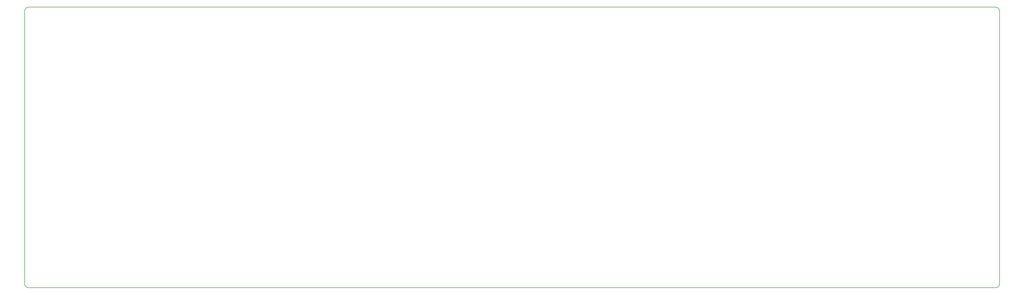
<source format=gm1>
G04*
G04 #@! TF.GenerationSoftware,Altium Limited,Altium Designer,22.5.1 (42)*
G04*
G04 Layer_Color=65535*
%FSLAX25Y25*%
%MOIN*%
G70*
G04*
G04 #@! TF.SameCoordinates,D7564092-BDF4-4F94-939E-E80A3CA3F4E5*
G04*
G04*
G04 #@! TF.FilePolarity,Positive*
G04*
G01*
G75*
%ADD11C,0.00787*%
D11*
X1364503Y395144D02*
X1364500D01*
X1370144Y389503D02*
X1370058Y390482D01*
X1369803Y391432D01*
X1369387Y392323D01*
X1368823Y393128D01*
X1368128Y393823D01*
X1367323Y394387D01*
X1366432Y394803D01*
X1365482Y395058D01*
X1364503Y395144D01*
X1370144Y389500D02*
Y389503D01*
X1364503Y395144D02*
X1364500Y395144D01*
X1370144Y389500D02*
X1370144Y389503D01*
Y5250D02*
Y5250D01*
Y5247D02*
X1370144Y5250D01*
X1370144Y5247D02*
Y5250D01*
X1364500Y-394D02*
X1365480Y-308D01*
X1366430Y-54D01*
X1367321Y362D01*
X1368127Y926D01*
X1368822Y1621D01*
X1369387Y2426D01*
X1369803Y3318D01*
X1370058Y4267D01*
X1370144Y5247D01*
X5250Y395144D02*
X5250D01*
X5250Y395144D02*
X5247Y395144D01*
X4267Y395058D01*
X3318Y394803D01*
X2426Y394387D01*
X1621Y393822D01*
X926Y393127D01*
X362Y392321D01*
X-54Y391430D01*
X-308Y390480D01*
X-394Y389500D01*
X5250Y395144D02*
X5247D01*
X-394Y5000D02*
X-290Y3948D01*
X17Y2936D01*
X515Y2003D01*
X1186Y1186D01*
X2003Y515D01*
X2936Y17D01*
X3948Y-290D01*
X5000Y-394D01*
X5250Y395144D02*
X1364500D01*
X1370144Y5250D02*
Y389500D01*
X-394Y5000D02*
X-394Y389500D01*
X5000Y-394D02*
X1364500D01*
X5000D02*
X5000D01*
X5000D02*
X5000D01*
X1364503Y395144D02*
X1364500D01*
X1370144Y389503D02*
X1370058Y390482D01*
X1369803Y391432D01*
X1369387Y392323D01*
X1368823Y393128D01*
X1368128Y393823D01*
X1367323Y394387D01*
X1366432Y394803D01*
X1365482Y395058D01*
X1364503Y395144D01*
X1370144Y389500D02*
Y389503D01*
X1364503Y395144D02*
X1364500Y395144D01*
X1370144Y389500D02*
X1370144Y389503D01*
Y5250D02*
Y5250D01*
Y5247D02*
X1370144Y5250D01*
X1370144Y5247D02*
Y5250D01*
X1364500Y-394D02*
X1365480Y-308D01*
X1366430Y-54D01*
X1367321Y362D01*
X1368127Y926D01*
X1368822Y1621D01*
X1369387Y2426D01*
X1369803Y3318D01*
X1370058Y4267D01*
X1370144Y5247D01*
X5250Y395144D02*
X5250D01*
X5250Y395144D02*
X5247Y395144D01*
X4267Y395058D01*
X3318Y394803D01*
X2426Y394387D01*
X1621Y393822D01*
X926Y393127D01*
X362Y392321D01*
X-54Y391430D01*
X-308Y390480D01*
X-394Y389500D01*
X5250Y395144D02*
X5247D01*
X-394Y5000D02*
X-290Y3948D01*
X17Y2936D01*
X515Y2003D01*
X1186Y1186D01*
X2003Y515D01*
X2936Y17D01*
X3948Y-290D01*
X5000Y-394D01*
X5250Y395144D02*
X1364500D01*
X1370144Y5250D02*
Y389500D01*
X-394Y5000D02*
X-394Y389500D01*
X5000Y-394D02*
X1364500D01*
X5000D02*
X5000D01*
X5000D02*
X5000D01*
M02*

</source>
